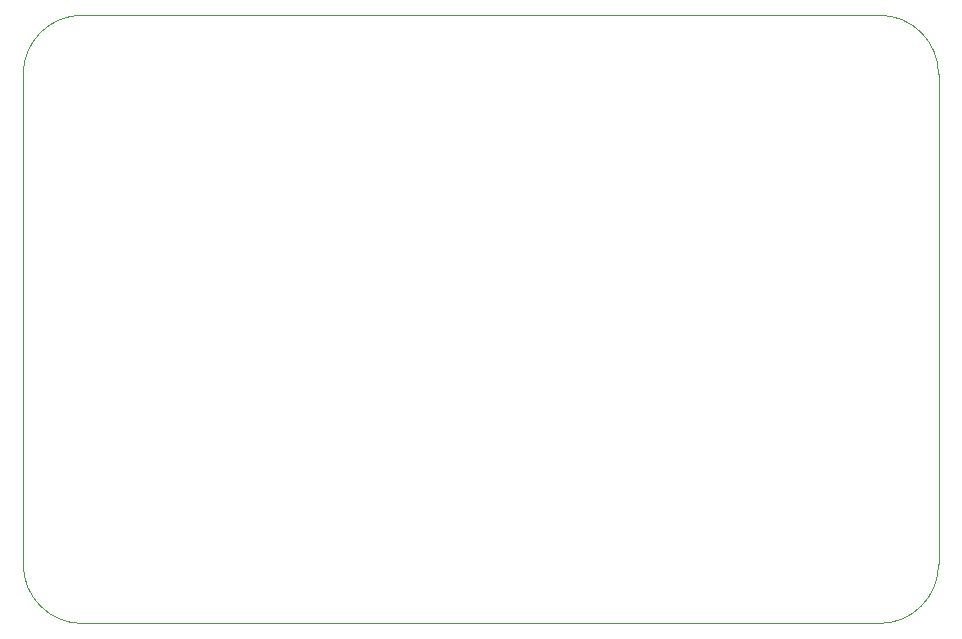
<source format=gbr>
%TF.GenerationSoftware,KiCad,Pcbnew,9.0.2*%
%TF.CreationDate,2025-11-11T23:34:30+02:00*%
%TF.ProjectId,Neon_2x1M_12V,4e656f6e-5f32-4783-914d-5f3132562e6b,REV1_1*%
%TF.SameCoordinates,Original*%
%TF.FileFunction,Profile,NP*%
%FSLAX46Y46*%
G04 Gerber Fmt 4.6, Leading zero omitted, Abs format (unit mm)*
G04 Created by KiCad (PCBNEW 9.0.2) date 2025-11-11 23:34:30*
%MOMM*%
%LPD*%
G01*
G04 APERTURE LIST*
%TA.AperFunction,Profile*%
%ADD10C,0.050000*%
%TD*%
G04 APERTURE END LIST*
D10*
X181500000Y-30000000D02*
G75*
G02*
X186500000Y-35000000I0J-5000000D01*
G01*
X186500000Y-76500000D02*
G75*
G02*
X181500000Y-81500000I-5000000J0D01*
G01*
X109000000Y-76500000D02*
X109000000Y-35000000D01*
X186500000Y-35000000D02*
X186500000Y-76500000D01*
X114000000Y-30000000D02*
X181500000Y-30000000D01*
X109000000Y-35000000D02*
G75*
G02*
X114000000Y-30000000I5000000J0D01*
G01*
X181500000Y-81500000D02*
X114000000Y-81500000D01*
X114000000Y-81500000D02*
G75*
G02*
X109000000Y-76500000I0J5000000D01*
G01*
M02*

</source>
